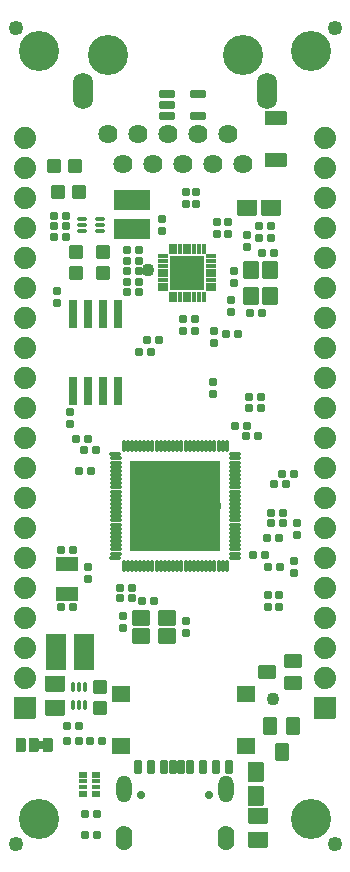
<source format=gbr>
%TF.GenerationSoftware,KiCad,Pcbnew,7.0.9-7.0.9~ubuntu22.04.1*%
%TF.CreationDate,2024-11-21T15:58:10+02:00*%
%TF.ProjectId,ESP32-P4-DevKit_Rev_B,45535033-322d-4503-942d-4465764b6974,B*%
%TF.SameCoordinates,PX80befc0PY7459280*%
%TF.FileFunction,Soldermask,Bot*%
%TF.FilePolarity,Negative*%
%FSLAX46Y46*%
G04 Gerber Fmt 4.6, Leading zero omitted, Abs format (unit mm)*
G04 Created by KiCad (PCBNEW 7.0.9-7.0.9~ubuntu22.04.1) date 2024-11-21 15:58:10*
%MOMM*%
%LPD*%
G01*
G04 APERTURE LIST*
G04 Aperture macros list*
%AMRoundRect*
0 Rectangle with rounded corners*
0 $1 Rounding radius*
0 $2 $3 $4 $5 $6 $7 $8 $9 X,Y pos of 4 corners*
0 Add a 4 corners polygon primitive as box body*
4,1,4,$2,$3,$4,$5,$6,$7,$8,$9,$2,$3,0*
0 Add four circle primitives for the rounded corners*
1,1,$1+$1,$2,$3*
1,1,$1+$1,$4,$5*
1,1,$1+$1,$6,$7*
1,1,$1+$1,$8,$9*
0 Add four rect primitives between the rounded corners*
20,1,$1+$1,$2,$3,$4,$5,0*
20,1,$1+$1,$4,$5,$6,$7,0*
20,1,$1+$1,$6,$7,$8,$9,0*
20,1,$1+$1,$8,$9,$2,$3,0*%
G04 Aperture macros list end*
%ADD10C,0.701600*%
%ADD11O,1.301600X2.301600*%
%ADD12O,1.401600X2.101600*%
%ADD13C,3.401601*%
%ADD14O,1.701600X3.101599*%
%ADD15C,1.625600*%
%ADD16RoundRect,0.050800X-0.250000X-0.275000X0.250000X-0.275000X0.250000X0.275000X-0.250000X0.275000X0*%
%ADD17RoundRect,0.050800X0.250000X0.275000X-0.250000X0.275000X-0.250000X-0.275000X0.250000X-0.275000X0*%
%ADD18RoundRect,0.050800X-0.275000X0.250000X-0.275000X-0.250000X0.275000X-0.250000X0.275000X0.250000X0*%
%ADD19RoundRect,0.050800X0.275000X-0.250000X0.275000X0.250000X-0.275000X0.250000X-0.275000X-0.250000X0*%
%ADD20RoundRect,0.050800X0.250000X0.500000X-0.250000X0.500000X-0.250000X-0.500000X0.250000X-0.500000X0*%
%ADD21RoundRect,0.050800X0.750000X0.600000X-0.750000X0.600000X-0.750000X-0.600000X0.750000X-0.600000X0*%
%ADD22RoundRect,0.050800X-0.700000X-0.500000X0.700000X-0.500000X0.700000X0.500000X-0.700000X0.500000X0*%
%ADD23RoundRect,0.050800X0.508000X0.508000X-0.508000X0.508000X-0.508000X-0.508000X0.508000X-0.508000X0*%
%ADD24C,1.101600*%
%ADD25RoundRect,0.050800X-0.800000X-1.500000X0.800000X-1.500000X0.800000X1.500000X-0.800000X1.500000X0*%
%ADD26RoundRect,0.050800X0.889000X-0.889000X0.889000X0.889000X-0.889000X0.889000X-0.889000X-0.889000X0*%
%ADD27C,1.879600*%
%ADD28RoundRect,0.050800X0.762000X0.635000X-0.762000X0.635000X-0.762000X-0.635000X0.762000X-0.635000X0*%
%ADD29RoundRect,0.050800X-0.508000X0.508000X-0.508000X-0.508000X0.508000X-0.508000X0.508000X0.508000X0*%
%ADD30RoundRect,0.050800X-0.600000X0.700000X-0.600000X-0.700000X0.600000X-0.700000X0.600000X0.700000X0*%
%ADD31RoundRect,0.050800X-0.700000X-0.600000X0.700000X-0.600000X0.700000X0.600000X-0.700000X0.600000X0*%
%ADD32RoundRect,0.050800X0.900000X-0.500000X0.900000X0.500000X-0.900000X0.500000X-0.900000X-0.500000X0*%
%ADD33RoundRect,0.050800X-0.425000X-0.087500X0.425000X-0.087500X0.425000X0.087500X-0.425000X0.087500X0*%
%ADD34RoundRect,0.050800X-0.450000X-0.087500X0.450000X-0.087500X0.450000X0.087500X-0.450000X0.087500X0*%
%ADD35RoundRect,0.050800X-0.087500X0.425000X-0.087500X-0.425000X0.087500X-0.425000X0.087500X0.425000X0*%
%ADD36RoundRect,0.050800X-0.087500X0.450000X-0.087500X-0.450000X0.087500X-0.450000X0.087500X0.450000X0*%
%ADD37C,1.701600*%
%ADD38C,2.501600*%
%ADD39RoundRect,0.050800X-3.800000X-3.800000X3.800000X-3.800000X3.800000X3.800000X-3.800000X3.800000X0*%
%ADD40RoundRect,0.050800X-1.500000X0.800000X-1.500000X-0.800000X1.500000X-0.800000X1.500000X0.800000X0*%
%ADD41RoundRect,0.050800X-0.300000X-1.100000X0.300000X-1.100000X0.300000X1.100000X-0.300000X1.100000X0*%
%ADD42C,1.254000*%
%ADD43RoundRect,0.050800X-0.125000X0.350000X-0.125000X-0.350000X0.125000X-0.350000X0.125000X0.350000X0*%
%ADD44RoundRect,0.050800X-0.635000X0.762000X-0.635000X-0.762000X0.635000X-0.762000X0.635000X0.762000X0*%
%ADD45RoundRect,0.050800X0.400000X0.100000X-0.400000X0.100000X-0.400000X-0.100000X0.400000X-0.100000X0*%
%ADD46RoundRect,0.050800X0.100000X-0.400000X0.100000X0.400000X-0.100000X0.400000X-0.100000X-0.400000X0*%
%ADD47RoundRect,0.050800X-0.400000X-0.100000X0.400000X-0.100000X0.400000X0.100000X-0.400000X0.100000X0*%
%ADD48RoundRect,0.050800X-0.100000X0.400000X-0.100000X-0.400000X0.100000X-0.400000X0.100000X0.400000X0*%
%ADD49RoundRect,0.050800X-1.400000X1.400000X-1.400000X-1.400000X1.400000X-1.400000X1.400000X1.400000X0*%
%ADD50RoundRect,0.050800X0.889000X-0.508000X0.889000X0.508000X-0.889000X0.508000X-0.889000X-0.508000X0*%
%ADD51RoundRect,0.050800X0.350000X0.125000X-0.350000X0.125000X-0.350000X-0.125000X0.350000X-0.125000X0*%
%ADD52RoundRect,0.050800X0.312500X0.162500X-0.312500X0.162500X-0.312500X-0.162500X0.312500X-0.162500X0*%
%ADD53RoundRect,0.050800X0.312500X0.125000X-0.312500X0.125000X-0.312500X-0.125000X0.312500X-0.125000X0*%
%ADD54RoundRect,0.050800X-0.312500X-0.125000X0.312500X-0.125000X0.312500X0.125000X-0.312500X0.125000X0*%
%ADD55RoundRect,0.050800X-0.312500X-0.162500X0.312500X-0.162500X0.312500X0.162500X-0.312500X0.162500X0*%
%ADD56RoundRect,0.050800X0.381000X0.508000X-0.381000X0.508000X-0.381000X-0.508000X0.381000X-0.508000X0*%
%ADD57RoundRect,0.050800X0.254000X0.254000X-0.254000X0.254000X-0.254000X-0.254000X0.254000X-0.254000X0*%
%ADD58RoundRect,0.050800X0.600000X0.275000X-0.600000X0.275000X-0.600000X-0.275000X0.600000X-0.275000X0*%
%ADD59RoundRect,0.050800X0.500000X-0.700000X0.500000X0.700000X-0.500000X0.700000X-0.500000X-0.700000X0*%
G04 APERTURE END LIST*
D10*
X17890000Y5530000D03*
X12110000Y5530000D03*
D11*
X19320000Y6030000D03*
X10680000Y6030000D03*
D12*
X19320000Y1850000D03*
X10680000Y1850000D03*
D13*
X20715000Y68150000D03*
X9285000Y68150000D03*
D14*
X22800000Y65100000D03*
X7200000Y65100000D03*
D15*
X20715000Y58960000D03*
X19445000Y61500000D03*
X18175000Y58960000D03*
X16905000Y61500000D03*
X15635000Y58960000D03*
X14365000Y61500000D03*
X13095000Y58960000D03*
X11825000Y61500000D03*
X10555000Y58960000D03*
X9285000Y61500000D03*
D13*
X26500000Y3500000D03*
X3500000Y68500000D03*
X3500000Y3500000D03*
X26500000Y68500000D03*
D16*
X23115000Y52658000D03*
D17*
X22099000Y52658000D03*
X22861000Y24845000D03*
D16*
X23877000Y24845000D03*
D17*
X7367000Y2112000D03*
D16*
X8383000Y2112000D03*
D18*
X18162000Y39450000D03*
D19*
X18162000Y40466000D03*
D20*
X11850000Y7900000D03*
X12950000Y7900000D03*
X14050000Y7900000D03*
X14800000Y7900000D03*
X16250000Y7900000D03*
X17350000Y7900000D03*
X18450000Y7900000D03*
X19550000Y7900000D03*
X15500000Y7900000D03*
D21*
X21000000Y9650000D03*
X21000000Y14100000D03*
X10400000Y9650000D03*
X10400000Y14100000D03*
D18*
X6097000Y36910000D03*
D19*
X6097000Y37926000D03*
D16*
X11304000Y22178000D03*
D17*
X10288000Y22178000D03*
D22*
X24984440Y16904960D03*
X24984440Y15002500D03*
X22774640Y15957540D03*
D23*
X6859000Y56595000D03*
X5081000Y56595000D03*
D18*
X19686000Y46435000D03*
D19*
X19686000Y47451000D03*
D16*
X22353000Y46308000D03*
D17*
X21337000Y46308000D03*
D24*
X23242000Y13669000D03*
D16*
X13590000Y44022000D03*
D17*
X12574000Y44022000D03*
D25*
X7297000Y17606000D03*
X4897000Y17606000D03*
D26*
X2300000Y12870000D03*
D27*
X2300000Y15410000D03*
X2300000Y17950000D03*
X2300000Y20490000D03*
X2300000Y23030000D03*
X2300000Y25570000D03*
X2300000Y28110000D03*
X2300000Y30650000D03*
X2300000Y33190000D03*
X2300000Y35730000D03*
X2300000Y38270000D03*
X2300000Y40810000D03*
X2300000Y43350000D03*
X2300000Y45890000D03*
X2300000Y48430000D03*
X2300000Y50970000D03*
X2300000Y53510000D03*
X2300000Y56050000D03*
X2300000Y58590000D03*
X2300000Y61130000D03*
D28*
X21972000Y3763000D03*
X21972000Y1731000D03*
D29*
X6605000Y51515000D03*
X6605000Y49737000D03*
X8637000Y14685000D03*
X8637000Y12907000D03*
D17*
X10923000Y51642000D03*
D16*
X11939000Y51642000D03*
D29*
X8891000Y51515000D03*
X8891000Y49737000D03*
D30*
X23026000Y49948000D03*
X21426000Y47748000D03*
X21426000Y49948000D03*
X23026000Y47748000D03*
D31*
X12109000Y20558000D03*
X14309000Y18958000D03*
X12109000Y18958000D03*
X14309000Y20558000D03*
D18*
X23750000Y21416000D03*
D19*
X23750000Y22432000D03*
D17*
X5335000Y21416000D03*
D16*
X6351000Y21416000D03*
D18*
X13844000Y53293000D03*
D19*
X13844000Y54309000D03*
D18*
X4954000Y47197000D03*
D19*
X4954000Y48213000D03*
D32*
X5843000Y22579000D03*
X5843000Y25079000D03*
D16*
X20321000Y44530000D03*
D17*
X19305000Y44530000D03*
D33*
X9925000Y25625000D03*
D34*
X9950000Y25975000D03*
X9950000Y26325000D03*
X9950000Y26675000D03*
X9950000Y27025000D03*
X9950000Y27375000D03*
X9950000Y27725000D03*
X9950000Y28075000D03*
X9950000Y28425000D03*
X9950000Y28775000D03*
X9950000Y29125000D03*
X9950000Y29475000D03*
X9950000Y29825000D03*
X9950000Y30175000D03*
X9950000Y30525000D03*
X9950000Y30875000D03*
X9950000Y31225000D03*
X9950000Y31575000D03*
X9950000Y31925000D03*
X9950000Y32275000D03*
X9950000Y32625000D03*
X9950000Y32975000D03*
X9950000Y33325000D03*
X9950000Y33675000D03*
X9950000Y34025000D03*
D33*
X9925000Y34375000D03*
D35*
X10625000Y35075000D03*
D36*
X10975000Y35050000D03*
X11325000Y35050000D03*
X11675000Y35050000D03*
X12025000Y35050000D03*
X12375000Y35050000D03*
X12725000Y35050000D03*
X13075000Y35050000D03*
X13425000Y35050000D03*
X13775000Y35050000D03*
X14125000Y35050000D03*
X14475000Y35050000D03*
X14825000Y35050000D03*
X15175000Y35050000D03*
X15525000Y35050000D03*
X15875000Y35050000D03*
X16225000Y35050000D03*
X16575000Y35050000D03*
X16925000Y35050000D03*
X17275000Y35050000D03*
X17625000Y35050000D03*
X17975000Y35050000D03*
X18325000Y35050000D03*
X18675000Y35050000D03*
X19025000Y35050000D03*
D35*
X19375000Y35075000D03*
D33*
X20075000Y34375000D03*
D34*
X20050000Y34025000D03*
X20050000Y33675000D03*
X20050000Y33325000D03*
X20050000Y32975000D03*
X20050000Y32625000D03*
X20050000Y32275000D03*
X20050000Y31925000D03*
X20050000Y31575000D03*
X20050000Y31225000D03*
X20050000Y30875000D03*
X20050000Y30525000D03*
X20050000Y30175000D03*
X20050000Y29825000D03*
X20050000Y29475000D03*
X20050000Y29125000D03*
X20050000Y28775000D03*
X20050000Y28425000D03*
X20050000Y28075000D03*
X20050000Y27725000D03*
X20050000Y27375000D03*
X20050000Y27025000D03*
X20050000Y26675000D03*
X20050000Y26325000D03*
X20050000Y25975000D03*
D33*
X20075000Y25625000D03*
D35*
X19375000Y24925000D03*
D36*
X19025000Y24950000D03*
X18675000Y24950000D03*
X18325000Y24950000D03*
X17975000Y24950000D03*
X17625000Y24950000D03*
X17275000Y24950000D03*
X16925000Y24950000D03*
X16575000Y24950000D03*
X16225000Y24950000D03*
X15875000Y24950000D03*
X15525000Y24950000D03*
X15175000Y24950000D03*
X14825000Y24950000D03*
X14475000Y24950000D03*
X14125000Y24950000D03*
X13775000Y24950000D03*
X13425000Y24950000D03*
X13075000Y24950000D03*
X12725000Y24950000D03*
X12375000Y24950000D03*
X12025000Y24950000D03*
X11675000Y24950000D03*
X11325000Y24950000D03*
X10975000Y24950000D03*
D35*
X10625000Y24925000D03*
D37*
X15000000Y27000000D03*
X12000000Y30000000D03*
D38*
X15000000Y30000000D03*
D39*
X15000000Y30000000D03*
D37*
X18000000Y30000000D03*
X15000000Y33000000D03*
D16*
X6859000Y10113000D03*
D17*
X5843000Y10113000D03*
D19*
X21083000Y52912000D03*
D18*
X21083000Y51896000D03*
D17*
X6859000Y32973000D03*
D16*
X7875000Y32973000D03*
D23*
X6478000Y58754000D03*
X4700000Y58754000D03*
D18*
X18543000Y53039000D03*
D19*
X18543000Y54055000D03*
D17*
X10923000Y50753000D03*
D16*
X11939000Y50753000D03*
D17*
X7748000Y10113000D03*
D16*
X8764000Y10113000D03*
X12955000Y43006000D03*
D17*
X11939000Y43006000D03*
D16*
X21972000Y35894000D03*
D17*
X20956000Y35894000D03*
D40*
X11304000Y53490000D03*
X11304000Y55890000D03*
D18*
X25274000Y27512000D03*
D19*
X25274000Y28528000D03*
D16*
X5716000Y52785000D03*
D17*
X4700000Y52785000D03*
D19*
X15622000Y45800000D03*
D18*
X15622000Y44784000D03*
D16*
X24385000Y31830000D03*
D17*
X23369000Y31830000D03*
D41*
X6345000Y46235000D03*
X7615000Y46235000D03*
X8885000Y46235000D03*
X10155000Y46235000D03*
X10155000Y39765000D03*
X8885000Y39765000D03*
X7615000Y39765000D03*
X6345000Y39765000D03*
D19*
X15876000Y20273000D03*
D18*
X15876000Y19257000D03*
D42*
X1500000Y70500000D03*
D28*
X23115000Y55250000D03*
X21083000Y55250000D03*
D42*
X28500000Y70500000D03*
D18*
X15876000Y55579000D03*
D19*
X15876000Y56595000D03*
D16*
X5716000Y54563000D03*
D17*
X4700000Y54563000D03*
D16*
X23750000Y27258000D03*
D17*
X22734000Y27258000D03*
D43*
X6359000Y14673000D03*
X6859000Y14673000D03*
X7359000Y14673000D03*
X7359000Y13173000D03*
X6859000Y13173000D03*
X6359000Y13173000D03*
D17*
X22099000Y53674000D03*
D16*
X23115000Y53674000D03*
D28*
X4827000Y14939000D03*
X4827000Y12907000D03*
D17*
X22353000Y51388000D03*
D16*
X23369000Y51388000D03*
X7621000Y35640000D03*
D17*
X6605000Y35640000D03*
D18*
X22861000Y21416000D03*
D19*
X22861000Y22432000D03*
D18*
X19432000Y53039000D03*
D19*
X19432000Y54055000D03*
D42*
X28500000Y1400000D03*
D17*
X5335000Y26242000D03*
D16*
X6351000Y26242000D03*
D17*
X10923000Y48086000D03*
D16*
X11939000Y48086000D03*
D17*
X7367000Y3890000D03*
D16*
X8383000Y3890000D03*
D17*
X21210000Y38307000D03*
D16*
X22226000Y38307000D03*
X11304000Y23067000D03*
D17*
X10288000Y23067000D03*
D44*
X21845000Y7446000D03*
X21845000Y5414000D03*
D45*
X18003000Y51137000D03*
X18003000Y50737000D03*
X18003000Y50337000D03*
X18003000Y49937000D03*
X18003000Y49537000D03*
X18003000Y49137000D03*
X18003000Y48737000D03*
X18003000Y48337000D03*
D46*
X17403000Y47737000D03*
X17003000Y47737000D03*
X16603000Y47737000D03*
X16203000Y47737000D03*
X15803000Y47737000D03*
X15403000Y47737000D03*
X15003000Y47737000D03*
X14603000Y47737000D03*
D47*
X14003000Y48337000D03*
X14003000Y48737000D03*
X14003000Y49137000D03*
X14003000Y49537000D03*
X14003000Y49937000D03*
X14003000Y50337000D03*
X14003000Y50737000D03*
X14003000Y51137000D03*
D48*
X14603000Y51737000D03*
X15003000Y51737000D03*
X15403000Y51737000D03*
X15803000Y51737000D03*
X16203000Y51737000D03*
X16603000Y51737000D03*
X17003000Y51737000D03*
X17403000Y51737000D03*
D10*
X16503000Y50837000D03*
X15503000Y50837000D03*
X17103000Y50237000D03*
X14903000Y50237000D03*
D37*
X16003000Y49737000D03*
D49*
X16003000Y49737000D03*
D10*
X17103000Y49237000D03*
X14903000Y49237000D03*
X16503000Y48637000D03*
X15503000Y48637000D03*
D50*
X23496000Y59262000D03*
X23496000Y62818000D03*
D19*
X16638000Y45800000D03*
D18*
X16638000Y44784000D03*
D42*
X1500000Y1400000D03*
D17*
X10923000Y48975000D03*
D16*
X11939000Y48975000D03*
X6859000Y11383000D03*
D17*
X5843000Y11383000D03*
X20067000Y36783000D03*
D16*
X21083000Y36783000D03*
D26*
X27700000Y12870000D03*
D27*
X27700000Y15410000D03*
X27700000Y17950000D03*
X27700000Y20490000D03*
X27700000Y23030000D03*
X27700000Y25570000D03*
X27700000Y28110000D03*
X27700000Y30650000D03*
X27700000Y33190000D03*
X27700000Y35730000D03*
X27700000Y38270000D03*
X27700000Y40810000D03*
X27700000Y43350000D03*
X27700000Y45890000D03*
X27700000Y48430000D03*
X27700000Y50970000D03*
X27700000Y53510000D03*
X27700000Y56050000D03*
X27700000Y58590000D03*
X27700000Y61130000D03*
D18*
X16765000Y55579000D03*
D19*
X16765000Y56595000D03*
D17*
X12193000Y21924000D03*
D16*
X13209000Y21924000D03*
X8256000Y34751000D03*
D17*
X7240000Y34751000D03*
D51*
X8625000Y54301000D03*
X8625000Y53801000D03*
X8625000Y53301000D03*
X7125000Y53301000D03*
X7125000Y53801000D03*
X7125000Y54301000D03*
D16*
X24131000Y28528000D03*
D17*
X23115000Y28528000D03*
D52*
X8260500Y7220000D03*
X7235500Y7220000D03*
D53*
X8260500Y6680000D03*
X7235500Y6680000D03*
D54*
X8260500Y6180000D03*
X7235500Y6180000D03*
D55*
X8260500Y5640000D03*
X7235500Y5640000D03*
D16*
X24131000Y29417000D03*
D17*
X23115000Y29417000D03*
D16*
X22607000Y25861000D03*
D17*
X21591000Y25861000D03*
D18*
X7621000Y23829000D03*
D19*
X7621000Y24845000D03*
D56*
X4192000Y9732000D03*
D57*
X3811000Y9732000D03*
X3430000Y9732000D03*
D56*
X3049000Y9732000D03*
X1906000Y9732000D03*
D18*
X10542000Y19638000D03*
D19*
X10542000Y20654000D03*
D16*
X25020000Y32719000D03*
D17*
X24004000Y32719000D03*
D24*
X12701000Y49991000D03*
D58*
X14322000Y63011000D03*
X14322000Y63961000D03*
X14322000Y64911000D03*
X16922000Y64911000D03*
X16922000Y63011000D03*
D17*
X10923000Y49864000D03*
D16*
X11939000Y49864000D03*
D19*
X18289000Y44784000D03*
D18*
X18289000Y43768000D03*
D17*
X21210000Y39196000D03*
D16*
X22226000Y39196000D03*
D59*
X23054040Y11347440D03*
X24956500Y11347440D03*
X24001460Y9137640D03*
D19*
X25020000Y25353000D03*
D18*
X25020000Y24337000D03*
D16*
X5716000Y53674000D03*
D17*
X4700000Y53674000D03*
D18*
X19940000Y48848000D03*
D19*
X19940000Y49864000D03*
M02*

</source>
